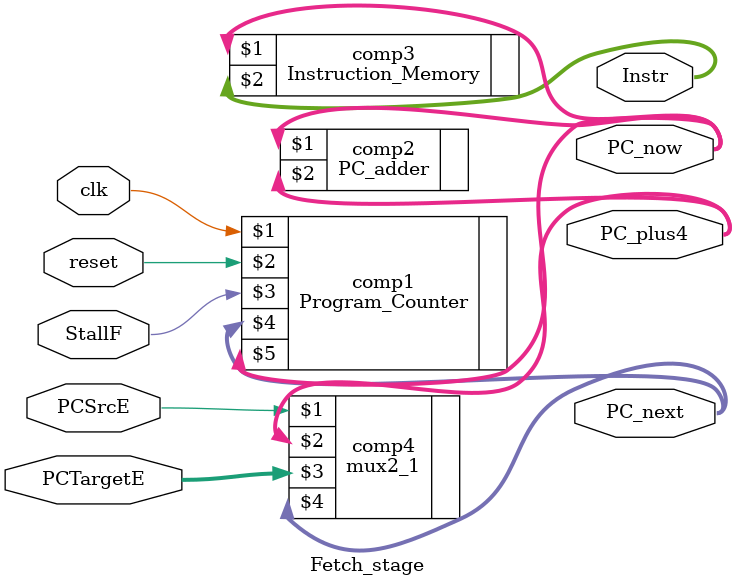
<source format=v>
module Fetch_stage (//input 
                    input clk,
                    input reset,
                    input StallF,
                    input [31:0] PCTargetE,
                    input PCSrcE,
                    //output
                    output [31:0]PC_next,
                    output [31:0] Instr,
                    output [31:0] PC_now,
                    output [31:0] PC_plus4);
                    
    // wire [31:0]PC_next;
    
    Program_Counter     comp1 (clk, reset , StallF ,PC_next, PC_now);
    PC_adder            comp2 (PC_now,PC_plus4);
    Instruction_Memory  comp3 (PC_now,Instr);
    mux2_1              comp4 (PCSrcE,PC_plus4,PCTargetE,PC_next);
endmodule
</source>
